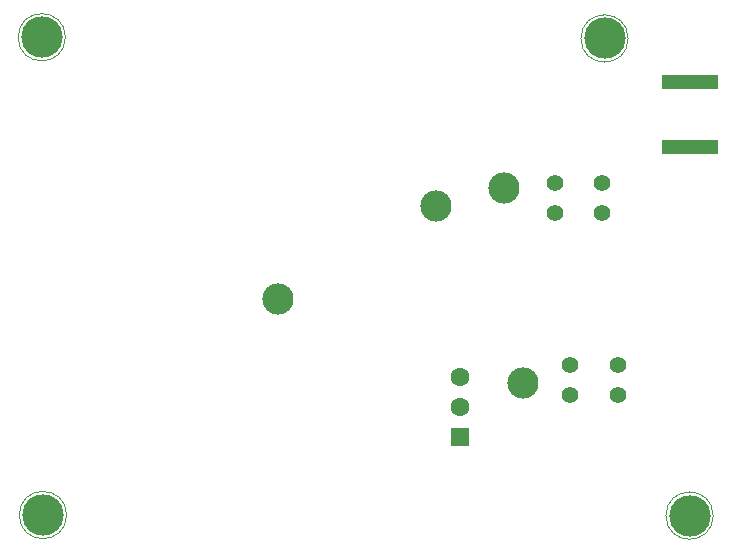
<source format=gbr>
%TF.GenerationSoftware,KiCad,Pcbnew,8.0.5*%
%TF.CreationDate,2025-05-06T08:30:01+02:00*%
%TF.ProjectId,ZED_F9P_minimal,5a45445f-4639-4505-9f6d-696e696d616c,rev?*%
%TF.SameCoordinates,Original*%
%TF.FileFunction,Soldermask,Bot*%
%TF.FilePolarity,Negative*%
%FSLAX46Y46*%
G04 Gerber Fmt 4.6, Leading zero omitted, Abs format (unit mm)*
G04 Created by KiCad (PCBNEW 8.0.5) date 2025-05-06 08:30:01*
%MOMM*%
%LPD*%
G01*
G04 APERTURE LIST*
G04 Aperture macros list*
%AMRoundRect*
0 Rectangle with rounded corners*
0 $1 Rounding radius*
0 $2 $3 $4 $5 $6 $7 $8 $9 X,Y pos of 4 corners*
0 Add a 4 corners polygon primitive as box body*
4,1,4,$2,$3,$4,$5,$6,$7,$8,$9,$2,$3,0*
0 Add four circle primitives for the rounded corners*
1,1,$1+$1,$2,$3*
1,1,$1+$1,$4,$5*
1,1,$1+$1,$6,$7*
1,1,$1+$1,$8,$9*
0 Add four rect primitives between the rounded corners*
20,1,$1+$1,$2,$3,$4,$5,0*
20,1,$1+$1,$4,$5,$6,$7,0*
20,1,$1+$1,$6,$7,$8,$9,0*
20,1,$1+$1,$8,$9,$2,$3,0*%
G04 Aperture macros list end*
%ADD10C,0.100000*%
%ADD11C,2.641600*%
%ADD12C,1.397000*%
%ADD13RoundRect,0.102000X-2.280000X0.500000X-2.280000X-0.500000X2.280000X-0.500000X2.280000X0.500000X0*%
%ADD14C,3.500000*%
%ADD15R,1.599999X1.599999*%
%ADD16C,1.599999*%
G04 APERTURE END LIST*
D10*
%TO.C,REF*%
X79400000Y-61400000D02*
G75*
G02*
X75400000Y-61400000I-2000000J0D01*
G01*
X75400000Y-61400000D02*
G75*
G02*
X79400000Y-61400000I2000000J0D01*
G01*
X24550000Y-20900000D02*
G75*
G02*
X20550000Y-20900000I-2000000J0D01*
G01*
X20550000Y-20900000D02*
G75*
G02*
X24550000Y-20900000I2000000J0D01*
G01*
X24650000Y-61350000D02*
G75*
G02*
X20650000Y-61350000I-2000000J0D01*
G01*
X20650000Y-61350000D02*
G75*
G02*
X24650000Y-61350000I2000000J0D01*
G01*
X72200000Y-21000000D02*
G75*
G02*
X68200000Y-21000000I-2000000J0D01*
G01*
X68200000Y-21000000D02*
G75*
G02*
X72200000Y-21000000I2000000J0D01*
G01*
%TD*%
D11*
%TO.C,TP4*%
X42550000Y-43050000D03*
%TD*%
D12*
%TO.C,JP1*%
X67300000Y-51225000D03*
X67300000Y-48685000D03*
%TD*%
D13*
%TO.C,SMA1*%
X77450000Y-24685000D03*
X77450000Y-30225000D03*
%TD*%
D14*
%TO.C,REF*%
X77400000Y-61400000D03*
%TD*%
D12*
%TO.C,JP4*%
X69988850Y-33213849D03*
X69988850Y-35753849D03*
%TD*%
D11*
%TO.C,TP5*%
X61718850Y-33677650D03*
%TD*%
D14*
%TO.C,REF*%
X22550000Y-20900000D03*
%TD*%
%TO.C,REF*%
X22650000Y-61350000D03*
%TD*%
D11*
%TO.C,TP2*%
X63300000Y-50188800D03*
%TD*%
D12*
%TO.C,JP2*%
X71300000Y-51225000D03*
X71300000Y-48685000D03*
%TD*%
%TO.C,JP3*%
X65988850Y-33213849D03*
X65988850Y-35753849D03*
%TD*%
D11*
%TO.C,TP3*%
X55950000Y-35177650D03*
%TD*%
D15*
%TO.C,LM1086IT-ADJ_NOPB1*%
X57950000Y-54740000D03*
D16*
X57950000Y-52200000D03*
X57950000Y-49660000D03*
%TD*%
D14*
%TO.C,REF*%
X70200000Y-21000000D03*
%TD*%
M02*

</source>
